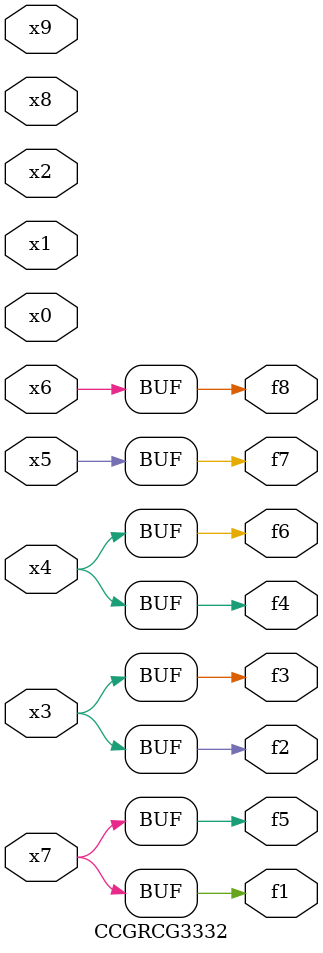
<source format=v>
module CCGRCG3332(
	input x0, x1, x2, x3, x4, x5, x6, x7, x8, x9,
	output f1, f2, f3, f4, f5, f6, f7, f8
);
	assign f1 = x7;
	assign f2 = x3;
	assign f3 = x3;
	assign f4 = x4;
	assign f5 = x7;
	assign f6 = x4;
	assign f7 = x5;
	assign f8 = x6;
endmodule

</source>
